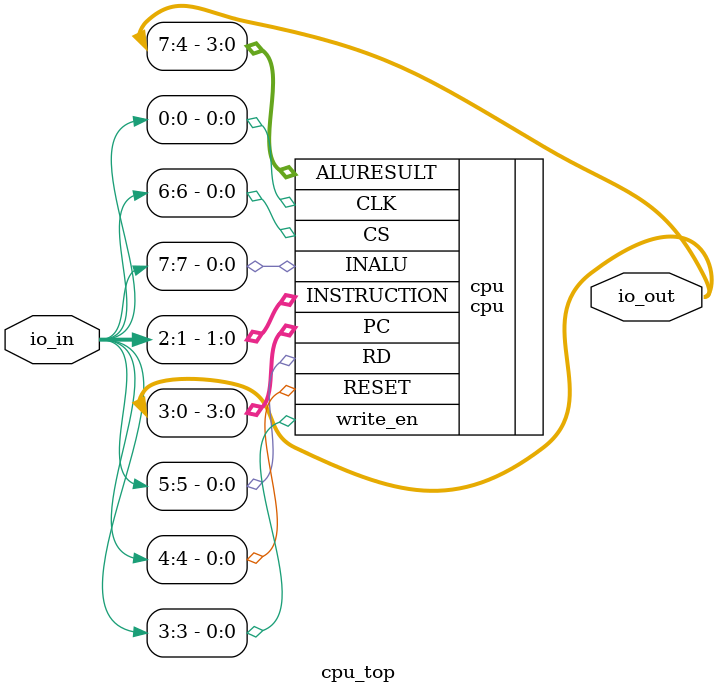
<source format=v>
module cpu_top (
	input [7:0] io_in,
	output [7:0] io_out
);
	
	cpu cpu(.INSTRUCTION(io_in[2:1]), .write_en(io_in[3]), .CLK(io_in[0]), 
					.RESET(io_in[4]), .RD(io_in[5]), .CS(io_in[6]), .INALU(io_in[7]),
					.PC(io_out[3:0]), .ALURESULT(io_out[7:4])
				 );
	
endmodule

</source>
